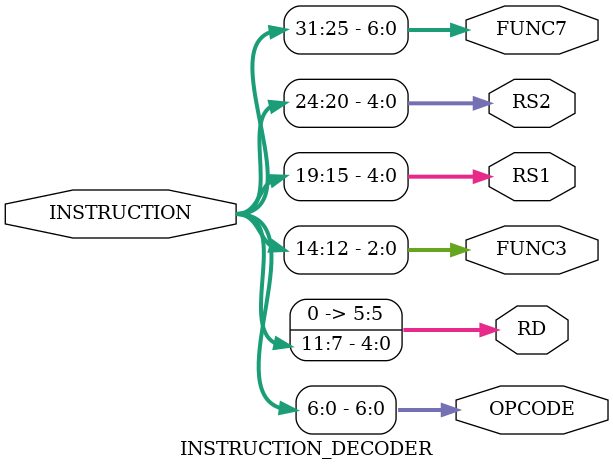
<source format=v>
`timescale 1ns / 1ps
module INSTRUCTION_DECODER(
    input [31:0] INSTRUCTION,
    output  [6:0] OPCODE,
    output  [5:0] RD,
    output  [2:0] FUNC3,
    output  [4:0] RS1,
    output  [4:0] RS2,
    output  [6:0] FUNC7 
    );

    assign OPCODE  = INSTRUCTION[6:0];
    assign RD      = INSTRUCTION[11:7];
    assign FUNC3   = INSTRUCTION[14:12];
    assign RS1     = INSTRUCTION[19:15];
    assign RS2     = INSTRUCTION[24:20];
    assign FUNC7   = INSTRUCTION[31:25];
    
endmodule

</source>
